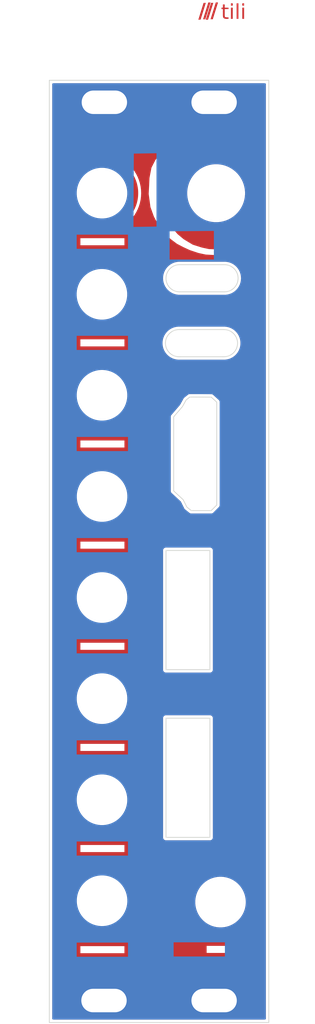
<source format=kicad_pcb>
(kicad_pcb (version 20240108) (generator "pcbnew") (generator_version "8.0")
  (layers (0 "F.Cu" signal) (31 "B.Cu" signal) (34 "B.Paste" user) (35 "F.Paste" user) (36 "B.SilkS" user "B.Silkscreen") (37 "F.SilkS" user "F.Silkscreen") (38 "B.Mask" user) (39 "F.Mask" user) (44 "Edge.Cuts" user))
  (net 0 "")
  (net 1 "GND")
  (footprint "MountingHole:MountingHole_6.4mm_M6" (layer "F.Cu") (at 4.21 111.89)
    (property "Reference" "REF**" (hide yes))
    (property "Value" "MountingHole_6.4mm_M6")
    (fp_circle (center 0 0) (end 4.25 0) (stroke (width 1.4)) (fill none) (layer "F.Cu"))
    (pad "" np_thru_hole circle (at 0 0) (size 6.4 6.4) (drill 6.4) (layers "F&B.Cu" "*.Mask"))
  )
  (footprint "LOGO" (layer "F.Cu") (at 25.811887 73.061656)
    (property "Reference" "G***" (hide yes))
    (property "Value" "LOGO" (hide yes))
  )
  (footprint "MountingHole:MountingHole_6.4mm_M6" (layer "F.Cu") (at 4.2 84.33)
    (property "Reference" "REF**" (hide yes))
    (property "Value" "MountingHole_6.4mm_M6")
    (fp_circle (center 0 0) (end 4.25 0) (stroke (width 1.4)) (fill none) (layer "F.Cu"))
    (pad "" np_thru_hole circle (at 0 0) (size 6.4 6.4) (drill 6.4) (layers "F&B.Cu" "*.Mask"))
  )
  (footprint "MountingHole:MountingHole_6.4mm_M6" (layer "F.Cu") (at 4.2 70.54)
    (property "Reference" "REF**" (hide yes))
    (property "Value" "MountingHole_6.4mm_M6")
    (fp_circle (center 0 0) (end 4.25 0) (stroke (width 1.4)) (fill none) (layer "F.Cu"))
    (pad "" np_thru_hole circle (at 0 0) (size 6.4 6.4) (drill 6.4) (layers "F&B.Cu" "*.Mask"))
  )
  (footprint "MountingHole:MountingHole_6.4mm_M6" (layer "F.Cu") (at 4.2 42.96)
    (property "Reference" "REF**" (hide yes))
    (property "Value" "MountingHole_6.4mm_M6")
    (fp_circle (center 0 0) (end 4.25 0) (stroke (width 1.4)) (fill none) (layer "F.Cu"))
    (pad "" np_thru_hole circle (at 0 0) (size 6.4 6.4) (drill 6.4) (layers "F&B.Cu" "*.Mask"))
  )
  (footprint "" (layer "F.Cu") (at 19.525 3)
    (property "Reference" "E2" (hide yes))
    (property "Value" "MountingHole_Pad" (hide yes))
    (pad "1" thru_hole oval (at 0 0) (size 7.5 4.4) (drill oval 6.2 3.2) (layers "*.Cu" "*.Mask") (net 1 "GND"))
  )
  (footprint "LOGO" (layer "F.Cu") (at 19 121.25)
    (property "Reference" "G***" (hide yes))
    (property "Value" "LOGO" (hide yes))
  )
  (footprint "MountingHole:MountingHole_6.4mm_M6" (layer "F.Cu") (at 20.4 112.074074)
    (property "Reference" "REF**" (hide yes))
    (property "Value" "MountingHole_6.4mm_M6")
    (pad "" np_thru_hole circle (at 0 0) (size 6.4 6.4) (drill 6.4) (layers "F&B.Cu" "*.Mask"))
  )
  (footprint "MountingHole:MountingHole_6.4mm_M6" (layer "F.Cu") (at 4.2 98.12)
    (property "Reference" "REF**" (hide yes))
    (property "Value" "MountingHole_6.4mm_M6")
    (fp_circle (center 0 0) (end 4.25 0) (stroke (width 1.4)) (fill none) (layer "F.Cu"))
    (pad "" np_thru_hole circle (at 0 0) (size 6.4 6.4) (drill 6.4) (layers "F&B.Cu" "*.Mask"))
  )
  (footprint "MountingHole:MountingHole_6.4mm_M6" (layer "F.Cu") (at 4.19 29.19)
    (property "Reference" "REF**" (hide yes))
    (property "Value" "MountingHole_6.4mm_M6")
    (fp_circle (center 0 0) (end 4.25 0) (stroke (width 1.4)) (fill none) (layer "F.Cu"))
    (pad "" np_thru_hole circle (at 0 0) (size 6.4 6.4) (drill 6.4) (layers "F&B.Cu" "*.Mask"))
  )
  (footprint "" (layer "F.Cu") (at 4.475 125.5)
    (property "Reference" "E3" (hide yes))
    (property "Value" "MountingHole_Pad" (hide yes))
    (pad "1" thru_hole oval (at 0 0) (size 7.5 4.4) (drill oval 6.2 3.2) (layers "*.Cu" "*.Mask") (net 1 "GND"))
  )
  (footprint "MountingHole:MountingHole_6.4mm_M6" (layer "F.Cu") (at 4.2 15.3912)
    (property "Reference" "REF**" (hide yes))
    (property "Value" "MountingHole_6.4mm_M6")
    (fp_circle (center 0 0) (end 4.25 0) (stroke (width 1.4)) (fill none) (layer "F.Cu"))
    (pad "" np_thru_hole circle (at 0 0) (size 6.4 6.4) (drill 6.4) (layers "*.Cu" "*.Mask"))
  )
  (footprint "MountingHole:MountingHole_6.4mm_M6" (layer "F.Cu") (at 4.21 56.76)
    (property "Reference" "REF**" (hide yes))
    (property "Value" "MountingHole_6.4mm_M6")
    (fp_circle (center 0 0) (end 4.25 0) (stroke (width 1.4)) (fill none) (layer "F.Cu"))
    (pad "" np_thru_hole circle (at 0 0) (size 6.4 6.4) (drill 6.4) (layers "F&B.Cu" "*.Mask"))
  )
  (footprint "MountingHole:MountingHole_6.4mm_M6" (layer "F.Cu") (at 19.8 15.4)
    (property "Reference" "REF**" (hide yes))
    (property "Value" "MountingHole_7.4mm_M6")
    (pad "" np_thru_hole circle (at 0 0) (size 7.4 7.4) (drill 7.4) (layers "F&B.Cu" "*.Mask"))
  )
  (footprint "" (layer "F.Cu") (at 19.525 125.5)
    (property "Reference" "E4" (hide yes))
    (property "Value" "MountingHole_Pad" (hide yes))
    (pad "1" thru_hole oval (at 0 0) (size 7.5 4.4) (drill oval 6.2 3.2) (layers "*.Cu" "*.Mask") (net 1 "GND"))
  )
  (footprint "eurorack-pmod-module" (layer "F.Cu") (at -0.8 8.875)
    (property "Reference" "REF**" (hide yes))
    (property "Value" "eurorack-pmod-module")
  )
  (footprint "Symbol:RoHS-Logo_6mm_SilkScreen" (layer "F.Cu") (at 12.1 9.5)
    (property "Reference" "REF**" (hide yes))
    (property "Value" "RoHS-Logo_6mm_SilkScreen" (hide yes))
  )
  (footprint "" (layer "F.Cu") (at 4.525 3)
    (property "Reference" "E1" (hide yes))
    (property "Value" "MountingHole_Pad" (hide yes))
    (pad "1" thru_hole oval (at 0 0) (size 7.5 4.4) (drill oval 6.2 3.2) (layers "*.Cu" "*.Mask") (net 1 "GND"))
  )
  (gr_arc (start 20.875 34) (mid 22.725 35.85) (end 20.875 37.7) (stroke (width 0.1)) (layer "Edge.Cuts"))
  (gr_line (start 20.95 28.85) (end 14.8 28.85) (stroke (width 0.1)) (layer "Edge.Cuts"))
  (gr_arc (start 20.95 25.15) (mid 22.8 27) (end 20.95 28.85) (stroke (width 0.1)) (layer "Edge.Cuts"))
  (gr_poly (pts (xy 14 56) (xy 15.3 57.2) (xy 15.8 58.2) (xy 16.4 58.68) (xy 19.13 58.68) (xy 19.88 57.93) (xy 19.88 43.89) (xy 19.13 43.21) (xy 16.2 43.2) (xy 15.7 43.6) (xy 15.2 44.5) (xy 14 45.9)) (stroke (width 0.1)) (fill none) (layer "Edge.Cuts"))
  (gr_line (start 27 0) (end 27 128.5) (stroke (width 0.1)) (layer "Edge.Cuts"))
  (gr_line (start 20.95 25.15) (end 14.8 25.15) (stroke (width 0.1)) (layer "Edge.Cuts"))
  (gr_line (start -3 0) (end -3 128.5) (stroke (width 0.1)) (layer "Edge.Cuts"))
  (gr_line (start 12 0) (end 27 0) (stroke (width 0.1)) (layer "Edge.Cuts"))
  (gr_line (start -3 128.5) (end 12 128.5) (stroke (width 0.1)) (layer "Edge.Cuts"))
  (gr_line (start -3 0) (end 12 0) (stroke (width 0.1)) (layer "Edge.Cuts"))
  (gr_arc (start 14.725 37.7) (mid 12.875 35.85) (end 14.725 34) (stroke (width 0.1)) (layer "Edge.Cuts"))
  (gr_rect (start 12.95 64.125) (end 18.95 80.375) (stroke (width 0.1)) (fill none) (layer "Edge.Cuts"))
  (gr_line (start 20.875 34) (end 14.725 34) (stroke (width 0.1)) (layer "Edge.Cuts"))
  (gr_line (start 20.875 37.7) (end 14.725 37.7) (stroke (width 0.1)) (layer "Edge.Cuts"))
  (gr_arc (start 14.8 28.85) (mid 12.95 27) (end 14.8 25.15) (stroke (width 0.1)) (layer "Edge.Cuts"))
  (gr_line (start 12 128.5) (end 27 128.5) (stroke (width 0.1)) (layer "Edge.Cuts"))
  (gr_rect (start 12.95 87) (end 18.95 103.25) (stroke (width 0.1)) (fill none) (layer "Edge.Cuts"))
  (gr_text "tili" (at 20.460375 -8.032816 0) (layer "F.Cu") (effects (font (size 2 2) (thickness 0.5)) (justify left bottom)))
  (gr_text "//\n" (at 17.367853 -8.178723 0) (layer "F.Cu") (effects (font (size 2 2) (thickness 0.5) (bold yes)) (justify left bottom)))
  (gr_text "//\n" (at 18.016968 -8.236433 0) (layer "F.Cu") (effects (font (size 2 2) (thickness 0.5) (bold yes)) (justify left bottom)))
  (zone (net 0) (net_name "") (layer "F.Cu") (connect_pads (clearance 0)) (min_thickness 0.25)
    (keepout (tracks not_allowed) (vias not_allowed) (pads not_allowed) (copperpour not_allowed) (footprints allowed))
    (fill (thermal_gap 0.5) (thermal_bridge_width 0.5))
    (polygon (pts (xy 12.203553 9.779794) (xy 13.7 11) (xy 13.282842 11.533957) (xy 12.787868 12.453196) (xy 12.398959 13.619922) (xy 12.186827 14.680582) (xy 12.116116 15.670532) (xy 12.222182 16.837258) (xy 12.611091 18.216116) (xy 13 19.1) (xy 13.636396 19.948528) (xy 14.520279 20.973833) (xy 15.368807 21.680939) (xy 16.606244 22.423401) (xy 17.843681 22.81231) (xy 18.833631 23.024442) (xy 19.65 23.05) (xy 19.646803 23.837615) (xy 18.374011 23.766904) (xy 17.384062 23.554772) (xy 16.217335 23.165864) (xy 15.298097 22.7416) (xy 14.45 22.3) (xy 13.592462 21.660229) (xy 12.956066 21.023833) (xy 12.34038 20.387436) (xy 11.845405 19.609619) (xy 11.3 18.6) (xy 10.826167 17.296877) (xy 10.578679 15.493755) (xy 10.64939 14.241674) (xy 10.690811 13.322435) (xy 10.959009 11.926419) (xy 11.447918 10.971825) (xy 12.155025 9.840454)))
  )
  (zone (net 0) (net_name "") (layer "F.Cu") (connect_pads (clearance 0)) (min_thickness 0.254)
    (keepout (tracks not_allowed) (vias not_allowed) (pads not_allowed) (copperpour not_allowed) (footprints not_allowed))
    (fill (thermal_gap 0.508) (thermal_bridge_width 0.508))
    (polygon (pts (xy 7.2692 36.295) (xy 1.2494 36.295) (xy 1.2494 35.3298) (xy 7.2692 35.3298)))
  )
  (zone (net 0) (net_name "") (layer "F.Cu") (connect_pads (clearance 0)) (min_thickness 0.254)
    (keepout (tracks not_allowed) (vias not_allowed) (pads not_allowed) (copperpour not_allowed) (footprints not_allowed))
    (fill (thermal_gap 0.508) (thermal_bridge_width 0.508))
    (polygon (pts (xy 7.2692 119.0482) (xy 1.2494 119.0482) (xy 1.2494 118.083) (xy 7.2692 118.083)))
  )
  (zone (net 0) (net_name "") (layer "F.Cu") (connect_pads (clearance 0)) (min_thickness 0.254)
    (keepout (tracks not_allowed) (vias not_allowed) (pads not_allowed) (copperpour not_allowed) (footprints not_allowed))
    (fill (thermal_gap 0.508) (thermal_bridge_width 0.508))
    (polygon (pts (xy 7.2692 77.6716) (xy 1.2494 77.6716) (xy 1.2494 76.7064) (xy 7.2692 76.7064)))
  )
  (zone (net 1) (net_name "GND") (layer "F.Cu") (priority 2) (connect_pads yes (clearance 0.4)) (min_thickness 0.4) (fill yes (thermal_gap 0.5) (thermal_bridge_width 0.5) (island_removal_mode 1) (island_area_min 10))
    (polygon (pts (xy -3.015946 -0.009494) (xy 26.964054 -0.039494) (xy 26.964054 128.450506) (xy -3.035946 128.440506)))
  )
  (zone (net 0) (net_name "") (layer "F.Cu") (connect_pads (clearance 0)) (min_thickness 0.254)
    (keepout (tracks not_allowed) (vias not_allowed) (pads not_allowed) (copperpour not_allowed) (footprints not_allowed))
    (fill (thermal_gap 0.508) (thermal_bridge_width 0.508))
    (polygon (pts (xy 7.2692 91.4638) (xy 1.2494 91.4638) (xy 1.2494 90.4986) (xy 7.2692 90.4986)))
  )
  (zone (net 0) (net_name "") (layer "F.Cu") (connect_pads (clearance 0)) (min_thickness 0.254)
    (keepout (tracks not_allowed) (vias not_allowed) (pads not_allowed) (copperpour not_allowed) (footprints not_allowed))
    (fill (thermal_gap 0.508) (thermal_bridge_width 0.508))
    (polygon (pts (xy 7.2692 22.5028) (xy 1.2494 22.5028) (xy 1.2494 21.5376) (xy 7.2692 21.5376)))
  )
  (zone (net 0) (net_name "") (layer "F.Cu") (connect_pads (clearance 0)) (min_thickness 0.254)
    (keepout (tracks not_allowed) (vias not_allowed) (pads not_allowed) (copperpour not_allowed) (footprints not_allowed))
    (fill (thermal_gap 0.508) (thermal_bridge_width 0.508))
    (polygon (pts (xy 7.2692 63.8794) (xy 1.2494 63.8794) (xy 1.2494 62.9142) (xy 7.2692 62.9142)))
  )
  (zone (net 0) (net_name "") (layer "F.Cu") (connect_pads (clearance 0)) (min_thickness 0.254)
    (keepout (tracks not_allowed) (vias not_allowed) (pads not_allowed) (copperpour not_allowed) (footprints not_allowed))
    (fill (thermal_gap 0.508) (thermal_bridge_width 0.508))
    (polygon (pts (xy 7.2692 50.0872) (xy 1.2494 50.0872) (xy 1.2494 49.122) (xy 7.2692 49.122)))
  )
  (zone (net 0) (net_name "") (layer "F.Cu") (connect_pads (clearance 0)) (min_thickness 0.254)
    (keepout (tracks not_allowed) (vias not_allowed) (pads not_allowed) (copperpour not_allowed) (footprints not_allowed))
    (fill (thermal_gap 0.508) (thermal_bridge_width 0.508))
    (polygon (pts (xy 22.0198 119.0101) (xy 18.5 119.0101) (xy 18.5 118.0449) (xy 22.0198 118.0449)))
  )
  (zone (net 0) (net_name "") (layer "F.Cu") (connect_pads (clearance 0)) (min_thickness 0.254)
    (keepout (tracks not_allowed) (vias not_allowed) (pads not_allowed) (copperpour not_allowed) (footprints not_allowed))
    (fill (thermal_gap 0.508) (thermal_bridge_width 0.508))
    (polygon (pts (xy 7.2692 105.256) (xy 1.2494 105.256) (xy 1.2494 104.2908) (xy 7.2692 104.2908)))
  )
  (zone (net 0) (net_name "") (layer "B.Cu") (connect_pads (clearance 0)) (min_thickness 0.254)
    (keepout (tracks not_allowed) (vias not_allowed) (pads not_allowed) (copperpour not_allowed) (footprints not_allowed))
    (fill (thermal_gap 0.508) (thermal_bridge_width 0.508))
    (polygon (pts (xy 7.7518 22.9854) (xy 0.7414 22.9854) (xy 0.7414 21.055) (xy 7.7518 21.055)))
  )
  (zone (net 1) (net_name "GND") (layer "B.Cu") (connect_pads yes (clearance 0.5)) (min_thickness 0.254) (fill yes (thermal_gap 0.508) (thermal_bridge_width 0.508) (island_removal_mode 1) (island_area_min 10))
    (polygon (pts (xy 26.990975 128.722825) (xy -3.048 128.643) (xy -3.048 -0.119) (xy 27 0)))
  )
  (zone (net 0) (net_name "") (layer "B.Cu") (connect_pads (clearance 0)) (min_thickness 0.254)
    (keepout (tracks not_allowed) (vias not_allowed) (pads not_allowed) (copperpour not_allowed) (footprints not_allowed))
    (fill (thermal_gap 0.508) (thermal_bridge_width 0.508))
    (polygon (pts (xy 7.7518 50.5698) (xy 0.7414 50.5698) (xy 0.7414 48.6394) (xy 7.7518 48.6394)))
  )
  (zone (net 0) (net_name "") (layer "B.Cu") (connect_pads (clearance 0)) (min_thickness 0.254)
    (keepout (tracks not_allowed) (vias not_allowed) (pads not_allowed) (copperpour not_allowed) (footprints not_allowed))
    (fill (thermal_gap 0.508) (thermal_bridge_width 0.508))
    (polygon (pts (xy 7.7518 91.9464) (xy 0.7414 91.9464) (xy 0.7414 90.016) (xy 7.7518 90.016)))
  )
  (zone (net 0) (net_name "") (layer "B.Cu") (connect_pads (clearance 0)) (min_thickness 0.254)
    (keepout (tracks not_allowed) (vias not_allowed) (pads not_allowed) (copperpour not_allowed) (footprints not_allowed))
    (fill (thermal_gap 0.508) (thermal_bridge_width 0.508))
    (polygon (pts (xy 7.7518 78.1542) (xy 0.7414 78.1542) (xy 0.7414 76.2238) (xy 7.7518 76.2238)))
  )
  (zone (net 0) (net_name "") (layer "B.Cu") (connect_pads (clearance 0)) (min_thickness 0.254)
    (keepout (tracks not_allowed) (vias not_allowed) (pads not_allowed) (copperpour not_allowed) (footprints not_allowed))
    (fill (thermal_gap 0.508) (thermal_bridge_width 0.508))
    (polygon (pts (xy 21 119.4927) (xy 13.9896 119.4927) (xy 13.9896 117.5623) (xy 21 117.5623)))
  )
  (zone (net 0) (net_name "") (layer "B.Cu") (connect_pads (clearance 0)) (min_thickness 0.254)
    (keepout (tracks not_allowed) (vias not_allowed) (pads not_allowed) (copperpour not_allowed) (footprints not_allowed))
    (fill (thermal_gap 0.508) (thermal_bridge_width 0.508))
    (polygon (pts (xy 7.7518 64.362) (xy 0.7414 64.362) (xy 0.7414 62.4316) (xy 7.7518 62.4316)))
  )
  (zone (net 0) (net_name "") (layer "B.Cu") (connect_pads (clearance 0)) (min_thickness 0.254)
    (keepout (tracks not_allowed) (vias not_allowed) (pads not_allowed) (copperpour not_allowed) (footprints not_allowed))
    (fill (thermal_gap 0.508) (thermal_bridge_width 0.508))
    (polygon (pts (xy 7.7518 36.7776) (xy 0.7414 36.7776) (xy 0.7414 34.8472) (xy 7.7518 34.8472)))
  )
  (zone (net 0) (net_name "") (layer "B.Cu") (connect_pads (clearance 0)) (min_thickness 0.4)
    (keepout (tracks not_allowed) (vias not_allowed) (pads not_allowed) (copperpour not_allowed) (footprints allowed))
    (fill (thermal_gap 0.5) (thermal_bridge_width 0.5) (island_removal_mode 1) (island_area_min 10))
    (polygon (pts (xy 13.441495 20.594501) (xy 19.491495 20.544501) (xy 19.491495 24.444501) (xy 13.441495 24.444501)))
  )
  (zone (net 0) (net_name "") (layer "B.Cu") (connect_pads (clearance 0)) (min_thickness 0.4)
    (keepout (tracks not_allowed) (vias not_allowed) (pads not_allowed) (copperpour not_allowed) (footprints allowed))
    (fill (thermal_gap 0.5) (thermal_bridge_width 0.5) (island_removal_mode 1) (island_area_min 10))
    (polygon (pts (xy 11.65 9.95) (xy 11.65 19.95) (xy 8.5 20) (xy 8.55 10)))
  )
  (zone (net 0) (net_name "") (layer "B.Cu") (connect_pads (clearance 0)) (min_thickness 0.254)
    (keepout (tracks not_allowed) (vias not_allowed) (pads not_allowed) (copperpour not_allowed) (footprints not_allowed))
    (fill (thermal_gap 0.508) (thermal_bridge_width 0.508))
    (polygon (pts (xy 7.7518 105.7386) (xy 0.7414 105.7386) (xy 0.7414 103.8082) (xy 7.7518 103.8082)))
  )
  (zone (net 0) (net_name "") (layer "B.Cu") (connect_pads (clearance 0)) (min_thickness 0.254)
    (keepout (tracks not_allowed) (vias not_allowed) (pads not_allowed) (copperpour not_allowed) (footprints not_allowed))
    (fill (thermal_gap 0.508) (thermal_bridge_width 0.508))
    (polygon (pts (xy 7.7518 119.5308) (xy 0.7414 119.5308) (xy 0.7414 117.6004) (xy 7.7518 117.6004)))
  )
)
</source>
